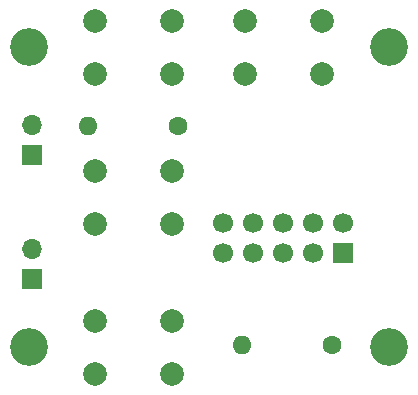
<source format=gbr>
%TF.GenerationSoftware,KiCad,Pcbnew,5.1.8-5.1.8*%
%TF.CreationDate,2022-05-17T18:34:16+02:00*%
%TF.ProjectId,FloppyEmuButtonPanel,466c6f70-7079-4456-9d75-427574746f6e,1.0*%
%TF.SameCoordinates,Original*%
%TF.FileFunction,Soldermask,Top*%
%TF.FilePolarity,Negative*%
%FSLAX46Y46*%
G04 Gerber Fmt 4.6, Leading zero omitted, Abs format (unit mm)*
G04 Created by KiCad (PCBNEW 5.1.8-5.1.8) date 2022-05-17 18:34:16*
%MOMM*%
%LPD*%
G01*
G04 APERTURE LIST*
%ADD10C,1.700000*%
%ADD11R,1.700000X1.700000*%
%ADD12C,3.200000*%
%ADD13C,1.600000*%
%ADD14O,1.600000X1.600000*%
%ADD15O,1.700000X1.700000*%
%ADD16C,2.000000*%
G04 APERTURE END LIST*
D10*
%TO.C,J1*%
X122555000Y-85725000D03*
X122555000Y-88265000D03*
X125095000Y-85725000D03*
X125095000Y-88265000D03*
X127635000Y-85725000D03*
X127635000Y-88265000D03*
X130175000Y-85725000D03*
X130175000Y-88265000D03*
X132715000Y-85725000D03*
D11*
X132715000Y-88265000D03*
%TD*%
D12*
%TO.C,H4*%
X136600000Y-96230000D03*
%TD*%
%TO.C,H3*%
X136600000Y-70830000D03*
%TD*%
%TO.C,H2*%
X106120000Y-70830000D03*
%TD*%
%TO.C,H1*%
X106120000Y-96230000D03*
%TD*%
D13*
%TO.C,R2*%
X131826000Y-96012000D03*
D14*
X124206000Y-96012000D03*
%TD*%
D11*
%TO.C,D2*%
X106426000Y-90424000D03*
D15*
X106426000Y-87884000D03*
%TD*%
D13*
%TO.C,R1*%
X118745000Y-77470000D03*
D14*
X111125000Y-77470000D03*
%TD*%
D11*
%TO.C,D1*%
X106400000Y-80000000D03*
D15*
X106400000Y-77460000D03*
%TD*%
D16*
%TO.C,SW1*%
X118260000Y-68580000D03*
X118260000Y-73080000D03*
X111760000Y-68580000D03*
X111760000Y-73080000D03*
%TD*%
%TO.C,SW2*%
X111760000Y-85780000D03*
X111760000Y-81280000D03*
X118260000Y-85780000D03*
X118260000Y-81280000D03*
%TD*%
%TO.C,SW3*%
X118260000Y-93980000D03*
X118260000Y-98480000D03*
X111760000Y-93980000D03*
X111760000Y-98480000D03*
%TD*%
%TO.C,SW4*%
X124460000Y-73080000D03*
X124460000Y-68580000D03*
X130960000Y-73080000D03*
X130960000Y-68580000D03*
%TD*%
M02*

</source>
